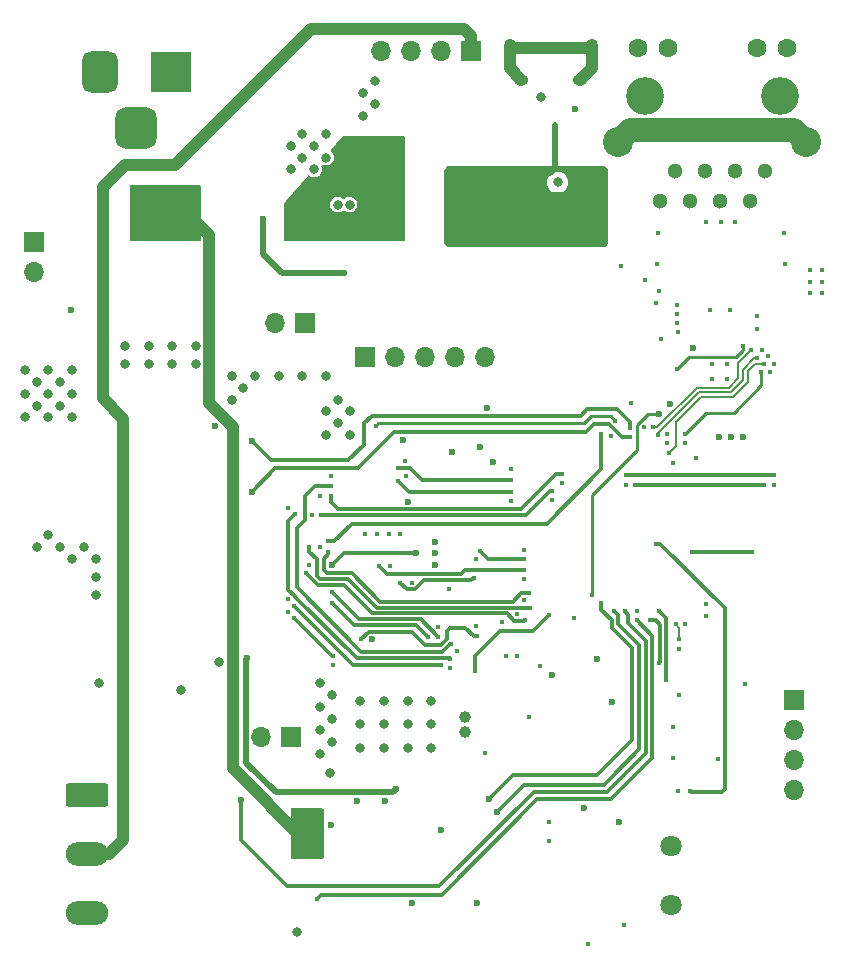
<source format=gbl>
%TF.GenerationSoftware,KiCad,Pcbnew,(6.0.8-1)-1*%
%TF.CreationDate,2022-11-24T03:44:55+08:00*%
%TF.ProjectId,CCTV3_F407_REV200,43435456-335f-4463-9430-375f52455632,rev?*%
%TF.SameCoordinates,Original*%
%TF.FileFunction,Copper,L4,Bot*%
%TF.FilePolarity,Positive*%
%FSLAX46Y46*%
G04 Gerber Fmt 4.6, Leading zero omitted, Abs format (unit mm)*
G04 Created by KiCad (PCBNEW (6.0.8-1)-1) date 2022-11-24 03:44:55*
%MOMM*%
%LPD*%
G01*
G04 APERTURE LIST*
G04 Aperture macros list*
%AMRoundRect*
0 Rectangle with rounded corners*
0 $1 Rounding radius*
0 $2 $3 $4 $5 $6 $7 $8 $9 X,Y pos of 4 corners*
0 Add a 4 corners polygon primitive as box body*
4,1,4,$2,$3,$4,$5,$6,$7,$8,$9,$2,$3,0*
0 Add four circle primitives for the rounded corners*
1,1,$1+$1,$2,$3*
1,1,$1+$1,$4,$5*
1,1,$1+$1,$6,$7*
1,1,$1+$1,$8,$9*
0 Add four rect primitives between the rounded corners*
20,1,$1+$1,$2,$3,$4,$5,0*
20,1,$1+$1,$4,$5,$6,$7,0*
20,1,$1+$1,$6,$7,$8,$9,0*
20,1,$1+$1,$8,$9,$2,$3,0*%
G04 Aperture macros list end*
%TA.AperFunction,ComponentPad*%
%ADD10O,1.700000X1.700000*%
%TD*%
%TA.AperFunction,ComponentPad*%
%ADD11R,1.700000X1.700000*%
%TD*%
%TA.AperFunction,ComponentPad*%
%ADD12RoundRect,0.250000X-1.550000X0.750000X-1.550000X-0.750000X1.550000X-0.750000X1.550000X0.750000X0*%
%TD*%
%TA.AperFunction,ComponentPad*%
%ADD13O,3.600000X2.000000*%
%TD*%
%TA.AperFunction,ComponentPad*%
%ADD14R,3.500000X3.500000*%
%TD*%
%TA.AperFunction,ComponentPad*%
%ADD15RoundRect,0.750000X-0.750000X-1.000000X0.750000X-1.000000X0.750000X1.000000X-0.750000X1.000000X0*%
%TD*%
%TA.AperFunction,ComponentPad*%
%ADD16RoundRect,0.875000X-0.875000X-0.875000X0.875000X-0.875000X0.875000X0.875000X-0.875000X0.875000X0*%
%TD*%
%TA.AperFunction,ComponentPad*%
%ADD17C,1.000000*%
%TD*%
%TA.AperFunction,ComponentPad*%
%ADD18C,1.800000*%
%TD*%
%TA.AperFunction,ComponentPad*%
%ADD19O,1.000000X1.550000*%
%TD*%
%TA.AperFunction,ComponentPad*%
%ADD20O,1.250000X0.950000*%
%TD*%
%TA.AperFunction,ComponentPad*%
%ADD21C,3.200000*%
%TD*%
%TA.AperFunction,ComponentPad*%
%ADD22C,1.300000*%
%TD*%
%TA.AperFunction,ComponentPad*%
%ADD23C,1.600000*%
%TD*%
%TA.AperFunction,ComponentPad*%
%ADD24C,2.540000*%
%TD*%
%TA.AperFunction,ViaPad*%
%ADD25C,0.600000*%
%TD*%
%TA.AperFunction,ViaPad*%
%ADD26C,0.800000*%
%TD*%
%TA.AperFunction,ViaPad*%
%ADD27C,0.450000*%
%TD*%
%TA.AperFunction,Conductor*%
%ADD28C,1.000000*%
%TD*%
%TA.AperFunction,Conductor*%
%ADD29C,0.300000*%
%TD*%
%TA.AperFunction,Conductor*%
%ADD30C,0.250000*%
%TD*%
%TA.AperFunction,Conductor*%
%ADD31C,0.500000*%
%TD*%
%TA.AperFunction,Conductor*%
%ADD32C,0.176500*%
%TD*%
%TA.AperFunction,Conductor*%
%ADD33C,2.000000*%
%TD*%
G04 APERTURE END LIST*
D10*
X86650000Y-85540000D03*
X86650000Y-83000000D03*
X86650000Y-80460000D03*
D11*
X86650000Y-77920000D03*
X50260000Y-48900000D03*
D10*
X52800000Y-48900000D03*
X55340000Y-48900000D03*
X57880000Y-48900000D03*
X60420000Y-48900000D03*
D12*
X26777500Y-86000000D03*
D13*
X26777500Y-91000000D03*
X26777500Y-96000000D03*
D14*
X33900000Y-24800000D03*
D15*
X27900000Y-24800000D03*
D16*
X30900000Y-29500000D03*
D11*
X44075000Y-81100000D03*
D10*
X41535000Y-81100000D03*
D17*
X58800000Y-79400000D03*
X58800000Y-80650000D03*
D11*
X22305000Y-39175000D03*
D10*
X22305000Y-41715000D03*
D11*
X59300000Y-23000000D03*
D10*
X56760000Y-23000000D03*
X54220000Y-23000000D03*
X51680000Y-23000000D03*
D18*
X76200000Y-90300000D03*
X76200000Y-95300000D03*
D19*
X69537500Y-22750000D03*
X62537500Y-22750000D03*
D20*
X68537500Y-25450000D03*
X63537500Y-25450000D03*
D11*
X45200000Y-46050000D03*
D10*
X42660000Y-46050000D03*
D21*
X73990000Y-26810000D03*
X85420000Y-26810000D03*
D22*
X84140000Y-33160000D03*
X82880000Y-35700000D03*
X81600000Y-33160000D03*
X80340000Y-35700000D03*
X79070000Y-33160000D03*
X77800000Y-35700000D03*
X76530000Y-33160000D03*
X75260000Y-35700000D03*
D23*
X86030000Y-22700000D03*
X83490000Y-22700000D03*
X75920000Y-22700000D03*
X73380000Y-22700000D03*
D24*
X87650000Y-30710000D03*
X71750000Y-30710000D03*
D25*
X46400000Y-89000000D03*
D26*
X33500000Y-37000000D03*
D25*
X44400000Y-90000000D03*
X44400000Y-89000000D03*
D26*
X34500000Y-36000000D03*
X35500000Y-35000000D03*
X31500000Y-35000000D03*
D25*
X45400000Y-91000000D03*
X45400000Y-90000000D03*
X46400000Y-90000000D03*
D26*
X35500000Y-37000000D03*
X33500000Y-35000000D03*
X32500000Y-36000000D03*
D25*
X44400000Y-91000000D03*
D26*
X31500000Y-37000000D03*
D25*
X46400000Y-91000000D03*
X45400000Y-89000000D03*
D26*
X45000000Y-50500000D03*
X43000000Y-50500000D03*
X46000000Y-31000000D03*
X47000000Y-32000000D03*
X46000000Y-33000000D03*
X44000000Y-31000000D03*
X39000000Y-52500000D03*
X45000000Y-30000000D03*
X44000000Y-33000000D03*
X41000000Y-50500000D03*
X39000000Y-50500000D03*
X47000000Y-30000000D03*
X47000000Y-50500000D03*
X45000000Y-32000000D03*
X40000000Y-51500000D03*
D25*
X54600000Y-65500000D03*
X47500000Y-66500000D03*
D26*
X21500000Y-50000000D03*
D25*
X56200000Y-66500000D03*
D27*
X76400000Y-80200000D03*
X76400000Y-82800000D03*
D26*
X34700000Y-77100000D03*
D25*
X56200000Y-64544500D03*
D26*
X23500000Y-52000000D03*
D25*
X37600000Y-54710000D03*
D26*
X25500000Y-50000000D03*
D27*
X76400000Y-57900000D03*
D26*
X22500000Y-53000000D03*
X25500000Y-52000000D03*
D25*
X61100000Y-57800000D03*
D26*
X22500000Y-51000000D03*
D27*
X73300000Y-70400000D03*
D25*
X59800000Y-95100000D03*
D26*
X23500000Y-50000000D03*
D27*
X79200000Y-69800000D03*
X68000000Y-71000000D03*
D25*
X68800000Y-87100000D03*
D27*
X82500000Y-76600000D03*
D25*
X53500000Y-55900000D03*
X49600000Y-86500000D03*
X71800000Y-88300000D03*
D26*
X24500000Y-53000000D03*
D27*
X60500000Y-82400000D03*
D25*
X54300000Y-95100000D03*
D27*
X61893767Y-71293767D03*
D25*
X82300000Y-55700000D03*
D27*
X74900000Y-44300000D03*
D26*
X21500000Y-52000000D03*
X47300000Y-84100000D03*
X21500000Y-54000000D03*
X23500000Y-54000000D03*
D25*
X47400000Y-88500000D03*
D26*
X24500000Y-51000000D03*
D25*
X60600000Y-53200000D03*
D26*
X25494901Y-54000559D03*
D27*
X75800000Y-76200000D03*
X75200000Y-70400000D03*
X83800000Y-50200000D03*
X71500000Y-54300000D03*
D25*
X75200000Y-53700000D03*
D27*
X69500000Y-69000000D03*
X51200000Y-54700000D03*
X77400000Y-55400000D03*
X55600000Y-72600000D03*
X47500000Y-69700000D03*
X47500000Y-68814500D03*
X56500000Y-72600000D03*
X85800000Y-38400000D03*
D26*
X36000000Y-49500000D03*
D25*
X56200000Y-65500000D03*
D26*
X49000000Y-55500000D03*
X48000000Y-36000000D03*
X49900000Y-80000000D03*
D27*
X57500000Y-75200000D03*
X45800000Y-62300000D03*
X75900000Y-56200000D03*
X76800000Y-85600000D03*
X83500000Y-46500000D03*
X53700000Y-57700000D03*
X67000000Y-59600000D03*
D26*
X22500000Y-65000000D03*
X36000000Y-48000000D03*
D27*
X53300000Y-63900000D03*
X75385000Y-47405000D03*
X43800000Y-61700000D03*
D26*
X50150000Y-26500000D03*
D27*
X65900000Y-88300000D03*
D25*
X68100000Y-27900000D03*
D27*
X62700000Y-61100000D03*
D26*
X32000000Y-48000000D03*
D27*
X84600000Y-50200000D03*
D25*
X57700000Y-56900000D03*
X50900000Y-72800000D03*
D26*
X27500000Y-69000000D03*
X27500000Y-66000000D03*
D27*
X77400000Y-71500000D03*
D26*
X32000000Y-49500000D03*
D25*
X60000000Y-56500000D03*
D26*
X47000000Y-53500000D03*
X46500000Y-76500000D03*
D27*
X75000000Y-41000000D03*
D25*
X69900000Y-74420000D03*
X53900000Y-61150500D03*
D27*
X46500000Y-60665500D03*
X69200000Y-98610000D03*
X89000000Y-41500000D03*
D25*
X81300000Y-55700000D03*
D26*
X55900000Y-82000000D03*
X49900000Y-78000000D03*
D27*
X58100000Y-73800000D03*
X78300000Y-57400000D03*
D26*
X23500000Y-64000000D03*
X49900000Y-82000000D03*
X46500000Y-78500000D03*
D27*
X62700000Y-58400000D03*
X76800000Y-46800000D03*
X52300000Y-63900000D03*
X76900000Y-73600000D03*
X72785000Y-52805000D03*
X53800000Y-59000000D03*
X88000000Y-42500000D03*
D26*
X66600000Y-34100000D03*
D25*
X52000000Y-86500000D03*
D27*
X80950000Y-49450000D03*
D26*
X34000000Y-49500000D03*
D27*
X47600000Y-75000000D03*
D26*
X51900000Y-78000000D03*
D27*
X43800000Y-69400000D03*
X76900000Y-77500000D03*
X81600000Y-37500000D03*
D26*
X53900000Y-82000000D03*
D27*
X47400000Y-59000000D03*
X84400000Y-48800000D03*
X62200000Y-74219500D03*
X63200000Y-70674500D03*
D25*
X56700000Y-88900000D03*
D26*
X46500000Y-80500000D03*
X46500000Y-82500000D03*
D27*
X79200000Y-70800000D03*
D26*
X55900000Y-80000000D03*
X37900000Y-74700000D03*
D27*
X83900000Y-48300000D03*
X72200000Y-97000000D03*
X89000000Y-42500000D03*
D26*
X51150000Y-25500000D03*
X47500000Y-81500000D03*
D27*
X72000000Y-41200000D03*
D26*
X25500000Y-66000000D03*
D27*
X79650000Y-50750000D03*
X88000000Y-43500000D03*
X65900000Y-89900000D03*
X80950000Y-50750000D03*
X84900000Y-49500000D03*
D26*
X65200000Y-26900000D03*
D27*
X73900000Y-54849500D03*
D26*
X55900000Y-78000000D03*
D25*
X66100000Y-75820000D03*
D27*
X79650000Y-49450000D03*
D26*
X51900000Y-80000000D03*
D27*
X59700000Y-71700000D03*
X50300000Y-63900000D03*
D26*
X30000000Y-48000000D03*
D27*
X65100000Y-75020000D03*
X63800000Y-65200000D03*
X52400000Y-66600000D03*
D26*
X49000000Y-36000000D03*
D27*
X59690655Y-66003230D03*
X75200000Y-43300000D03*
D26*
X34000000Y-48000000D03*
D25*
X76100000Y-52900000D03*
D27*
X46456233Y-65000000D03*
X80200000Y-82900000D03*
D25*
X80300000Y-55700000D03*
D26*
X53900000Y-80000000D03*
D27*
X56450000Y-71737534D03*
X63200000Y-74219500D03*
X43800000Y-70500000D03*
X74000000Y-42400000D03*
X57400000Y-68500000D03*
X64200000Y-79400000D03*
X75890240Y-55400000D03*
X85900000Y-41000000D03*
D26*
X47000000Y-55500000D03*
X47500000Y-79500000D03*
X26500000Y-65000000D03*
X47500000Y-77500000D03*
D27*
X66100000Y-61000000D03*
X63800000Y-67700000D03*
X77400000Y-56200000D03*
X71100000Y-55600000D03*
X63800000Y-69500000D03*
X51300000Y-63900000D03*
D26*
X27800000Y-76500000D03*
X53900000Y-78000000D03*
D25*
X25400000Y-44900000D03*
X71200000Y-78120000D03*
D26*
X50150000Y-28500000D03*
D27*
X89000000Y-43500000D03*
D26*
X48000000Y-54500000D03*
D27*
X84893767Y-59706233D03*
D26*
X51900000Y-82000000D03*
X44500000Y-97600000D03*
X51150000Y-27500000D03*
X24500000Y-65000000D03*
X49000000Y-53500000D03*
D27*
X72400000Y-59700000D03*
X79200000Y-37500000D03*
X88000000Y-41500000D03*
D26*
X27500000Y-67500000D03*
X48000000Y-52500000D03*
D27*
X75100000Y-38400000D03*
X45600000Y-66500000D03*
X54300000Y-68000000D03*
D26*
X30000000Y-49500000D03*
D27*
X50000000Y-72800000D03*
X59800000Y-72500000D03*
X72300000Y-70400000D03*
D25*
X39800000Y-86400000D03*
D27*
X66350000Y-29240000D03*
D26*
X62250000Y-38300000D03*
X58700000Y-33300000D03*
X62250000Y-37300000D03*
X68200000Y-36800000D03*
X68200000Y-38800000D03*
X70200000Y-38800000D03*
X57700000Y-33300000D03*
X69200000Y-37800000D03*
X62250000Y-33300000D03*
X70200000Y-34800000D03*
X62250000Y-34300000D03*
X69200000Y-33800000D03*
X70200000Y-36800000D03*
X62250000Y-36300000D03*
X69200000Y-35800000D03*
X68200000Y-34800000D03*
X62250000Y-35300000D03*
D27*
X53100000Y-59400000D03*
X62700000Y-60300000D03*
X76723767Y-49899500D03*
X82300000Y-48000000D03*
X74900000Y-64700000D03*
X77800000Y-85600000D03*
X44300000Y-71000000D03*
X59500000Y-67600000D03*
X47600000Y-74200000D03*
X53300000Y-68000000D03*
X56744808Y-74999044D03*
X44300000Y-70000000D03*
X51500000Y-66600000D03*
X63800000Y-66900000D03*
X64200000Y-68900000D03*
X47200000Y-65400000D03*
X64300000Y-70100000D03*
X45600000Y-65000000D03*
X63800000Y-66000000D03*
X60000000Y-65300000D03*
X45300000Y-67200000D03*
X63855049Y-71136541D03*
X66100000Y-60200000D03*
X46600000Y-62300000D03*
X57500000Y-74424544D03*
X44400000Y-62200000D03*
X67000000Y-58800000D03*
X47400000Y-60665500D03*
X57606233Y-73206233D03*
X47400000Y-59800000D03*
D25*
X40700000Y-56000000D03*
D27*
X72700000Y-54900000D03*
X72700000Y-55700000D03*
D25*
X40700000Y-60300000D03*
D27*
X62700000Y-59300000D03*
X53100000Y-58300000D03*
X78000000Y-65400000D03*
X83100000Y-65400000D03*
D25*
X60800000Y-86300000D03*
D27*
X70300000Y-69700000D03*
X71412570Y-70400000D03*
D25*
X61500000Y-87400000D03*
D27*
X74400000Y-71200000D03*
D25*
X40300000Y-74400000D03*
X52900000Y-85500000D03*
D27*
X75225500Y-74814494D03*
X76900000Y-72800000D03*
X76600000Y-71500000D03*
X84100000Y-49500000D03*
X76000000Y-57000000D03*
X75100000Y-55500000D03*
X83484274Y-48987250D03*
X74657266Y-54849500D03*
X83000000Y-48300000D03*
X73200000Y-59700000D03*
X84100000Y-59700000D03*
X72425500Y-58900000D03*
X84900000Y-58900000D03*
D26*
X45000000Y-37500000D03*
X49014076Y-31985924D03*
X51000000Y-32000000D03*
X44000000Y-36500000D03*
X50000000Y-31000000D03*
X46000000Y-36500000D03*
X46000000Y-38500000D03*
X53000000Y-32000000D03*
X48000000Y-38500000D03*
X52000000Y-31000000D03*
X47000000Y-37500000D03*
X44000000Y-38500000D03*
D27*
X46200000Y-94800000D03*
X73300000Y-71200000D03*
D25*
X48500000Y-41800000D03*
X41700000Y-37200000D03*
D27*
X59600000Y-75500000D03*
X65900000Y-70700000D03*
X81200000Y-44900000D03*
X83500000Y-45400000D03*
X76750000Y-44500000D03*
X79477101Y-44900000D03*
D25*
X78100000Y-48100000D03*
D27*
X76750000Y-45250000D03*
X76750000Y-46000000D03*
X80400000Y-37500000D03*
X70300000Y-55400000D03*
X47200000Y-64500000D03*
D28*
X34500000Y-36000000D02*
X37100000Y-38600000D01*
X37100000Y-52795786D02*
X39100000Y-54795786D01*
X37100000Y-38600000D02*
X37100000Y-52795786D01*
X39100000Y-83700000D02*
X45400000Y-90000000D01*
X39100000Y-54795786D02*
X39100000Y-83700000D01*
D29*
X47500000Y-66500000D02*
X48500000Y-65500000D01*
X48500000Y-65500000D02*
X54600000Y-65500000D01*
X75800000Y-76200000D02*
X75800000Y-71000000D01*
X75800000Y-71000000D02*
X75200000Y-70400000D01*
D30*
X73300000Y-56800000D02*
X73300000Y-54636327D01*
X71500000Y-54300000D02*
X71100000Y-53900000D01*
X77400000Y-55400000D02*
X79200000Y-53600000D01*
X73300000Y-54636327D02*
X74236327Y-53700000D01*
X69500000Y-69000000D02*
X69500000Y-60600000D01*
X74236327Y-53700000D02*
X75200000Y-53700000D01*
X83800000Y-51300000D02*
X83800000Y-50200000D01*
X71100000Y-53900000D02*
X69471752Y-53900000D01*
X79200000Y-53600000D02*
X81500000Y-53600000D01*
X68871752Y-54500000D02*
X51400000Y-54500000D01*
X81500000Y-53600000D02*
X83800000Y-51300000D01*
X69500000Y-60600000D02*
X73300000Y-56800000D01*
X51400000Y-54500000D02*
X51200000Y-54700000D01*
X69471752Y-53900000D02*
X68871752Y-54500000D01*
D29*
X55600000Y-72600000D02*
X54600000Y-71600000D01*
X49400000Y-71600000D02*
X47500000Y-69700000D01*
X54600000Y-71600000D02*
X49400000Y-71600000D01*
X55000000Y-71100000D02*
X49785500Y-71100000D01*
X56500000Y-72600000D02*
X55000000Y-71100000D01*
X49785500Y-71100000D02*
X47500000Y-68814500D01*
X56700000Y-73300000D02*
X57200000Y-72800000D01*
X50000000Y-72780761D02*
X50630761Y-72150000D01*
X57500000Y-71800000D02*
X58800000Y-71800000D01*
X57200000Y-72100000D02*
X57500000Y-71800000D01*
X50000000Y-72800000D02*
X50000000Y-72780761D01*
X54250000Y-72150000D02*
X55400000Y-73300000D01*
X57200000Y-72800000D02*
X57200000Y-72100000D01*
X55400000Y-73300000D02*
X56700000Y-73300000D01*
X58800000Y-71800000D02*
X59500000Y-72500000D01*
X50630761Y-72150000D02*
X54250000Y-72150000D01*
X59500000Y-72500000D02*
X59800000Y-72500000D01*
X70800000Y-85700000D02*
X74100000Y-82400000D01*
X74100000Y-72900000D02*
X72600000Y-71400000D01*
X64600000Y-85700000D02*
X70800000Y-85700000D01*
X39800000Y-86400000D02*
X39800000Y-89800000D01*
X43700000Y-93700000D02*
X56600000Y-93700000D01*
X72600000Y-70700000D02*
X72300000Y-70400000D01*
X39800000Y-89800000D02*
X43700000Y-93700000D01*
X74100000Y-82400000D02*
X74100000Y-72900000D01*
X72600000Y-71400000D02*
X72600000Y-70700000D01*
X56600000Y-93700000D02*
X64600000Y-85700000D01*
D31*
X64000000Y-33300000D02*
X65900000Y-35200000D01*
X66000000Y-33300000D02*
X65700000Y-33300000D01*
X65700000Y-33300000D02*
X62250000Y-33300000D01*
X65900000Y-35200000D02*
X67800000Y-35200000D01*
X67800000Y-35200000D02*
X68200000Y-34800000D01*
X63600000Y-33300000D02*
X64000000Y-33300000D01*
X66350000Y-29240000D02*
X66350000Y-32950000D01*
X66350000Y-32950000D02*
X66000000Y-33300000D01*
D29*
X54000000Y-60300000D02*
X62700000Y-60300000D01*
X53100000Y-59400000D02*
X54000000Y-60300000D01*
D30*
X82300000Y-48300000D02*
X82300000Y-48000000D01*
X77723267Y-48900000D02*
X81700000Y-48900000D01*
X76723767Y-49899500D02*
X77723267Y-48900000D01*
X81700000Y-48900000D02*
X82300000Y-48300000D01*
D29*
X75300000Y-64700000D02*
X80775000Y-70175000D01*
X80500000Y-85700000D02*
X77900000Y-85700000D01*
X80775000Y-70175000D02*
X80775000Y-85425000D01*
X77900000Y-85700000D02*
X77800000Y-85600000D01*
X80775000Y-85425000D02*
X80500000Y-85700000D01*
X74900000Y-64700000D02*
X75300000Y-64700000D01*
X59300000Y-67800000D02*
X55313173Y-67800000D01*
X54538173Y-68575000D02*
X53875000Y-68575000D01*
X55313173Y-67800000D02*
X54538173Y-68575000D01*
X59500000Y-67600000D02*
X59300000Y-67800000D01*
X47500000Y-74200000D02*
X47600000Y-74200000D01*
X44300000Y-71000000D02*
X47500000Y-74200000D01*
X53875000Y-68575000D02*
X53300000Y-68000000D01*
X49300000Y-75000000D02*
X44300000Y-70000000D01*
X56743852Y-75000000D02*
X49300000Y-75000000D01*
X56744808Y-74999044D02*
X56743852Y-75000000D01*
X51500000Y-66600000D02*
X52200000Y-67300000D01*
X58400000Y-67300000D02*
X58800000Y-66900000D01*
X58800000Y-66900000D02*
X62900000Y-66900000D01*
X62900000Y-66900000D02*
X63800000Y-66900000D01*
X52200000Y-67300000D02*
X58400000Y-67300000D01*
X46800000Y-65980761D02*
X46800000Y-66950000D01*
X47050000Y-67200000D02*
X49200000Y-67200000D01*
X49200000Y-67200000D02*
X51600000Y-69600000D01*
X51600000Y-69600000D02*
X62800000Y-69600000D01*
X63500000Y-68900000D02*
X64200000Y-68900000D01*
X47200000Y-65400000D02*
X47200000Y-65580761D01*
X47200000Y-65580761D02*
X46800000Y-65980761D01*
X46800000Y-66950000D02*
X47050000Y-67200000D01*
X62800000Y-69600000D02*
X63500000Y-68900000D01*
X45600000Y-65400000D02*
X46200000Y-66000000D01*
X46200000Y-67400000D02*
X46500000Y-67700000D01*
X51300000Y-70100000D02*
X64300000Y-70100000D01*
X46500000Y-67700000D02*
X48900000Y-67700000D01*
X48900000Y-67700000D02*
X51300000Y-70100000D01*
X45600000Y-65000000D02*
X45600000Y-65400000D01*
X46200000Y-66000000D02*
X46200000Y-67400000D01*
X60000000Y-65300000D02*
X60700000Y-66000000D01*
X60700000Y-66000000D02*
X63800000Y-66000000D01*
X48500000Y-68200000D02*
X50900000Y-70600000D01*
X63742090Y-71249500D02*
X63855049Y-71136541D01*
X62300000Y-70600000D02*
X62949500Y-71249500D01*
X45300000Y-67207106D02*
X46292894Y-68200000D01*
X45300000Y-67200000D02*
X45300000Y-67207106D01*
X46292894Y-68200000D02*
X48500000Y-68200000D01*
X50900000Y-70600000D02*
X62300000Y-70600000D01*
X62949500Y-71249500D02*
X63742090Y-71249500D01*
X63900000Y-62300000D02*
X66000000Y-60200000D01*
X66000000Y-60200000D02*
X66100000Y-60200000D01*
X46600000Y-62300000D02*
X63900000Y-62300000D01*
X57475456Y-74400000D02*
X57500000Y-74424544D01*
X43800000Y-62800000D02*
X43800000Y-68586827D01*
X44375000Y-69161827D02*
X44375000Y-69175000D01*
X43800000Y-68586827D02*
X44375000Y-69161827D01*
X49600000Y-74400000D02*
X57475456Y-74400000D01*
X44400000Y-62200000D02*
X43800000Y-62800000D01*
X44375000Y-69175000D02*
X49600000Y-74400000D01*
X47400000Y-60665500D02*
X47400000Y-61200000D01*
X48000000Y-61800000D02*
X63492894Y-61800000D01*
X66492894Y-58800000D02*
X67000000Y-58800000D01*
X63492894Y-61800000D02*
X66492894Y-58800000D01*
X47400000Y-61200000D02*
X48000000Y-61800000D01*
X45200000Y-60700000D02*
X46100000Y-59800000D01*
X50000000Y-73900000D02*
X44500000Y-68400000D01*
X44500000Y-68400000D02*
X44500000Y-63400000D01*
X45200000Y-62700000D02*
X45200000Y-60700000D01*
X57606233Y-73206233D02*
X57500873Y-73206233D01*
X44500000Y-63400000D02*
X45200000Y-62700000D01*
X57500873Y-73206233D02*
X56807106Y-73900000D01*
X46100000Y-59800000D02*
X47400000Y-59800000D01*
X56807106Y-73900000D02*
X50000000Y-73900000D01*
D28*
X29800000Y-89800000D02*
X29800000Y-54100000D01*
X28600000Y-91000000D02*
X29800000Y-89800000D01*
X26777500Y-91000000D02*
X28600000Y-91000000D01*
X58700000Y-21100000D02*
X59300000Y-21700000D01*
X28100000Y-52400000D02*
X28100000Y-34500000D01*
X59300000Y-21700000D02*
X59300000Y-23000000D01*
X45700000Y-21100000D02*
X58700000Y-21100000D01*
X34200000Y-32600000D02*
X45700000Y-21100000D01*
X28100000Y-34500000D02*
X30000000Y-32600000D01*
X30000000Y-32600000D02*
X34200000Y-32600000D01*
X29800000Y-54100000D02*
X28100000Y-52400000D01*
D29*
X50200000Y-56300000D02*
X50200000Y-54500000D01*
X71600000Y-53300000D02*
X72700000Y-54400000D01*
X42300000Y-57600000D02*
X48900000Y-57600000D01*
X48900000Y-57600000D02*
X50200000Y-56300000D01*
X40700000Y-56000000D02*
X42300000Y-57600000D01*
X69100000Y-53300000D02*
X71600000Y-53300000D01*
X68550000Y-53850000D02*
X69100000Y-53300000D01*
X50200000Y-54500000D02*
X50850000Y-53850000D01*
X50850000Y-53850000D02*
X68550000Y-53850000D01*
X72700000Y-54400000D02*
X72700000Y-54900000D01*
X42700000Y-58300000D02*
X49700000Y-58300000D01*
X70986827Y-54600000D02*
X72086827Y-55700000D01*
X72086827Y-55700000D02*
X72700000Y-55700000D01*
X52750000Y-55250000D02*
X69025000Y-55250000D01*
X69025000Y-55250000D02*
X69675000Y-54600000D01*
X49700000Y-58300000D02*
X52750000Y-55250000D01*
X69675000Y-54600000D02*
X70986827Y-54600000D01*
X40700000Y-60300000D02*
X42700000Y-58300000D01*
X54100000Y-58300000D02*
X55100000Y-59300000D01*
X55100000Y-59300000D02*
X62700000Y-59300000D01*
X53100000Y-58300000D02*
X54100000Y-58300000D01*
X78000000Y-65400000D02*
X83100000Y-65400000D01*
X60800000Y-86300000D02*
X62800000Y-84300000D01*
X72900000Y-73500000D02*
X71225000Y-71825000D01*
X62800000Y-84300000D02*
X69900000Y-84300000D01*
X72900000Y-81300000D02*
X72900000Y-73500000D01*
X70300000Y-70275000D02*
X70300000Y-69700000D01*
X71225000Y-71825000D02*
X71225000Y-71200000D01*
X69900000Y-84300000D02*
X72900000Y-81300000D01*
X71225000Y-71200000D02*
X70300000Y-70275000D01*
X63800000Y-85100000D02*
X61500000Y-87400000D01*
X71412570Y-70400000D02*
X71725000Y-70712430D01*
X71100000Y-84500000D02*
X70500000Y-85100000D01*
X73500000Y-80300000D02*
X73500000Y-82100000D01*
X73500000Y-82100000D02*
X71100000Y-84500000D01*
X71725000Y-70712430D02*
X71725000Y-71525000D01*
X64200000Y-85100000D02*
X63800000Y-85100000D01*
X70500000Y-85100000D02*
X64200000Y-85100000D01*
X71725000Y-71525000D02*
X73500000Y-73300000D01*
X73500000Y-73300000D02*
X73500000Y-80300000D01*
D31*
X52900000Y-85500000D02*
X52650000Y-85750000D01*
D29*
X74900000Y-71200000D02*
X74400000Y-71200000D01*
D31*
X52650000Y-85750000D02*
X42750000Y-85750000D01*
X40235000Y-83235000D02*
X40235000Y-74465000D01*
D29*
X75300000Y-71600000D02*
X74900000Y-71200000D01*
D31*
X42750000Y-85750000D02*
X40235000Y-83235000D01*
D29*
X75225500Y-74814494D02*
X75300000Y-74739994D01*
D31*
X40235000Y-74465000D02*
X40300000Y-74400000D01*
D29*
X75300000Y-74739994D02*
X75300000Y-71600000D01*
D32*
X76900000Y-72800000D02*
X76900000Y-71800000D01*
X76900000Y-71800000D02*
X76600000Y-71500000D01*
X84100000Y-49500000D02*
X83300000Y-49500000D01*
X82700000Y-51000000D02*
X81447000Y-52253000D01*
X78747000Y-52253000D02*
X76600000Y-54400000D01*
X76600000Y-56400000D02*
X76000000Y-57000000D01*
X81447000Y-52253000D02*
X78747000Y-52253000D01*
X82700000Y-50100000D02*
X82700000Y-51000000D01*
X83300000Y-49500000D02*
X82700000Y-50100000D01*
X76600000Y-54400000D02*
X76600000Y-56400000D01*
X82276500Y-49955952D02*
X83245202Y-48987250D01*
X75100000Y-55332452D02*
X78555952Y-51876500D01*
X78555952Y-51876500D02*
X81255951Y-51876500D01*
X83245202Y-48987250D02*
X83484274Y-48987250D01*
X82276500Y-50855952D02*
X82276500Y-49955952D01*
X75100000Y-55500000D02*
X75100000Y-55332452D01*
X81255951Y-51876500D02*
X82276500Y-50855952D01*
X81900000Y-50700000D02*
X81900000Y-49400000D01*
X78400000Y-51500000D02*
X81100000Y-51500000D01*
X81100000Y-51500000D02*
X81900000Y-50700000D01*
X81900000Y-49400000D02*
X83000000Y-48300000D01*
X75050500Y-54849500D02*
X78400000Y-51500000D01*
X74657266Y-54849500D02*
X75050500Y-54849500D01*
D29*
X73200000Y-59700000D02*
X84100000Y-59700000D01*
X84900000Y-58900000D02*
X72425500Y-58900000D01*
D33*
X71750000Y-30710000D02*
X72775999Y-29684001D01*
X86624001Y-29684001D02*
X87650000Y-30710000D01*
X72775999Y-29684001D02*
X86624001Y-29684001D01*
D28*
X46000000Y-36500000D02*
X46000000Y-35700000D01*
X46000000Y-35700000D02*
X49014076Y-32685924D01*
X49014076Y-32685924D02*
X49014076Y-31985924D01*
D29*
X71107106Y-86300000D02*
X64900000Y-86300000D01*
X56800000Y-94400000D02*
X46600000Y-94400000D01*
X73300000Y-71200000D02*
X74600000Y-72500000D01*
X74600000Y-72500000D02*
X74600000Y-82807106D01*
X46600000Y-94400000D02*
X46200000Y-94800000D01*
X74600000Y-82807106D02*
X71107106Y-86300000D01*
X64900000Y-86300000D02*
X56800000Y-94400000D01*
D31*
X43300000Y-41800000D02*
X48500000Y-41800000D01*
X41700000Y-37200000D02*
X41700000Y-40200000D01*
X41700000Y-40200000D02*
X43300000Y-41800000D01*
D29*
X65900000Y-70700000D02*
X64525000Y-72075000D01*
X64525000Y-72075000D02*
X61725000Y-72075000D01*
X61725000Y-72075000D02*
X59600000Y-74200000D01*
X59600000Y-74200000D02*
X59600000Y-75500000D01*
D28*
X69537500Y-22750000D02*
X69537500Y-24450000D01*
X62537500Y-24450000D02*
X63537500Y-25450000D01*
X69537500Y-24450000D02*
X68537500Y-25450000D01*
X62537500Y-22750000D02*
X62537500Y-24450000D01*
X62537500Y-22750000D02*
X69537500Y-22750000D01*
D29*
X70300000Y-58400000D02*
X65700000Y-63000000D01*
X65700000Y-63000000D02*
X49213173Y-63000000D01*
X70300000Y-55400000D02*
X70300000Y-58400000D01*
X47713173Y-64500000D02*
X47200000Y-64500000D01*
X49213173Y-63000000D02*
X47713173Y-64500000D01*
%TA.AperFunction,Conductor*%
G36*
X46742121Y-87120002D02*
G01*
X46788614Y-87173658D01*
X46800000Y-87226000D01*
X46800000Y-91274000D01*
X46779998Y-91342121D01*
X46726342Y-91388614D01*
X46674000Y-91400000D01*
X44126000Y-91400000D01*
X44057879Y-91379998D01*
X44011386Y-91326342D01*
X44000000Y-91274000D01*
X44000000Y-87226000D01*
X44020002Y-87157879D01*
X44073658Y-87111386D01*
X44126000Y-87100000D01*
X46674000Y-87100000D01*
X46742121Y-87120002D01*
G37*
%TD.AperFunction*%
%TA.AperFunction,Conductor*%
G36*
X36342121Y-34320002D02*
G01*
X36388614Y-34373658D01*
X36400000Y-34426000D01*
X36400000Y-38974000D01*
X36379998Y-39042121D01*
X36326342Y-39088614D01*
X36274000Y-39100000D01*
X30526000Y-39100000D01*
X30457879Y-39079998D01*
X30411386Y-39026342D01*
X30400000Y-38974000D01*
X30400000Y-34426000D01*
X30420002Y-34357879D01*
X30473658Y-34311386D01*
X30526000Y-34300000D01*
X36274000Y-34300000D01*
X36342121Y-34320002D01*
G37*
%TD.AperFunction*%
%TA.AperFunction,Conductor*%
G36*
X70408188Y-32701078D02*
G01*
X70512963Y-32714872D01*
X70544735Y-32723385D01*
X70634674Y-32760639D01*
X70663160Y-32777086D01*
X70740393Y-32836349D01*
X70763651Y-32859607D01*
X70822914Y-32936840D01*
X70839361Y-32965326D01*
X70876615Y-33055265D01*
X70885128Y-33087037D01*
X70898922Y-33191812D01*
X70900000Y-33208258D01*
X70900000Y-39091742D01*
X70898922Y-39108188D01*
X70885128Y-39212963D01*
X70876615Y-39244735D01*
X70839361Y-39334674D01*
X70822914Y-39363160D01*
X70763651Y-39440393D01*
X70740393Y-39463651D01*
X70663160Y-39522914D01*
X70634674Y-39539361D01*
X70544735Y-39576615D01*
X70512963Y-39585128D01*
X70408188Y-39598922D01*
X70391742Y-39600000D01*
X57508258Y-39600000D01*
X57491812Y-39598922D01*
X57387037Y-39585128D01*
X57355265Y-39576615D01*
X57265326Y-39539361D01*
X57236840Y-39522914D01*
X57159607Y-39463651D01*
X57136349Y-39440393D01*
X57077086Y-39363160D01*
X57060639Y-39334674D01*
X57023385Y-39244735D01*
X57014872Y-39212963D01*
X57001078Y-39108188D01*
X57000000Y-39091742D01*
X57000000Y-34100000D01*
X65690518Y-34100000D01*
X65710392Y-34289092D01*
X65769147Y-34469920D01*
X65864214Y-34634580D01*
X65991438Y-34775877D01*
X66145259Y-34887635D01*
X66151287Y-34890319D01*
X66151289Y-34890320D01*
X66312924Y-34962284D01*
X66318955Y-34964969D01*
X66411944Y-34984735D01*
X66498476Y-35003128D01*
X66498480Y-35003128D01*
X66504933Y-35004500D01*
X66695067Y-35004500D01*
X66701520Y-35003128D01*
X66701524Y-35003128D01*
X66788056Y-34984735D01*
X66881045Y-34964969D01*
X66887076Y-34962284D01*
X67048711Y-34890320D01*
X67048713Y-34890319D01*
X67054741Y-34887635D01*
X67208562Y-34775877D01*
X67335786Y-34634580D01*
X67430853Y-34469920D01*
X67489608Y-34289092D01*
X67509482Y-34100000D01*
X67489608Y-33910908D01*
X67430853Y-33730080D01*
X67335786Y-33565420D01*
X67208562Y-33424123D01*
X67054741Y-33312365D01*
X67048713Y-33309681D01*
X67048711Y-33309680D01*
X66887076Y-33237716D01*
X66887075Y-33237716D01*
X66881045Y-33235031D01*
X66788056Y-33215265D01*
X66701524Y-33196872D01*
X66701520Y-33196872D01*
X66695067Y-33195500D01*
X66504933Y-33195500D01*
X66498480Y-33196872D01*
X66498476Y-33196872D01*
X66411944Y-33215265D01*
X66318955Y-33235031D01*
X66312925Y-33237716D01*
X66312924Y-33237716D01*
X66151289Y-33309680D01*
X66151287Y-33309681D01*
X66145259Y-33312365D01*
X65991438Y-33424123D01*
X65864214Y-33565420D01*
X65769147Y-33730080D01*
X65710392Y-33910908D01*
X65690518Y-34100000D01*
X57000000Y-34100000D01*
X57000000Y-33208258D01*
X57001078Y-33191812D01*
X57014872Y-33087037D01*
X57023385Y-33055265D01*
X57060639Y-32965326D01*
X57077086Y-32936840D01*
X57136349Y-32859607D01*
X57159607Y-32836349D01*
X57236840Y-32777086D01*
X57265326Y-32760639D01*
X57355265Y-32723385D01*
X57387037Y-32714872D01*
X57491812Y-32701078D01*
X57508258Y-32700000D01*
X70391742Y-32700000D01*
X70408188Y-32701078D01*
G37*
%TD.AperFunction*%
%TA.AperFunction,Conductor*%
G36*
X53642121Y-30220002D02*
G01*
X53688614Y-30273658D01*
X53700000Y-30326000D01*
X53700000Y-38974000D01*
X53679998Y-39042121D01*
X53626342Y-39088614D01*
X53574000Y-39100000D01*
X43526000Y-39100000D01*
X43457879Y-39079998D01*
X43411386Y-39026342D01*
X43400000Y-38974000D01*
X43400000Y-35993096D01*
X47340729Y-35993096D01*
X47358113Y-36150553D01*
X47412553Y-36299319D01*
X47500908Y-36430805D01*
X47506527Y-36435918D01*
X47506528Y-36435919D01*
X47517903Y-36446269D01*
X47618076Y-36537419D01*
X47757293Y-36613008D01*
X47910522Y-36653207D01*
X47994477Y-36654526D01*
X48061319Y-36655576D01*
X48061322Y-36655576D01*
X48068916Y-36655695D01*
X48223332Y-36620329D01*
X48293742Y-36584917D01*
X48358072Y-36552563D01*
X48358075Y-36552561D01*
X48364855Y-36549151D01*
X48417656Y-36504055D01*
X48482445Y-36475024D01*
X48552645Y-36485629D01*
X48584285Y-36506672D01*
X48618076Y-36537419D01*
X48757293Y-36613008D01*
X48910522Y-36653207D01*
X48994477Y-36654526D01*
X49061319Y-36655576D01*
X49061322Y-36655576D01*
X49068916Y-36655695D01*
X49223332Y-36620329D01*
X49293742Y-36584917D01*
X49358072Y-36552563D01*
X49358075Y-36552561D01*
X49364855Y-36549151D01*
X49370626Y-36544222D01*
X49370629Y-36544220D01*
X49479536Y-36451204D01*
X49479536Y-36451203D01*
X49485314Y-36446269D01*
X49577755Y-36317624D01*
X49636842Y-36170641D01*
X49659162Y-36013807D01*
X49659307Y-36000000D01*
X49640276Y-35842733D01*
X49584280Y-35694546D01*
X49575814Y-35682228D01*
X49498855Y-35570251D01*
X49498854Y-35570249D01*
X49494553Y-35563992D01*
X49376275Y-35458611D01*
X49368889Y-35454700D01*
X49242988Y-35388039D01*
X49242989Y-35388039D01*
X49236274Y-35384484D01*
X49082633Y-35345892D01*
X49075034Y-35345852D01*
X49075033Y-35345852D01*
X49009181Y-35345507D01*
X48924221Y-35345062D01*
X48916841Y-35346834D01*
X48916839Y-35346834D01*
X48777563Y-35380271D01*
X48777560Y-35380272D01*
X48770184Y-35382043D01*
X48629414Y-35454700D01*
X48623695Y-35459689D01*
X48582999Y-35495190D01*
X48518516Y-35524897D01*
X48448209Y-35515027D01*
X48416352Y-35494317D01*
X48381951Y-35463667D01*
X48381945Y-35463663D01*
X48376275Y-35458611D01*
X48368889Y-35454700D01*
X48242988Y-35388039D01*
X48242989Y-35388039D01*
X48236274Y-35384484D01*
X48082633Y-35345892D01*
X48075034Y-35345852D01*
X48075033Y-35345852D01*
X48009181Y-35345507D01*
X47924221Y-35345062D01*
X47916841Y-35346834D01*
X47916839Y-35346834D01*
X47777563Y-35380271D01*
X47777560Y-35380272D01*
X47770184Y-35382043D01*
X47629414Y-35454700D01*
X47510039Y-35558838D01*
X47418950Y-35688444D01*
X47361406Y-35836037D01*
X47360414Y-35843570D01*
X47360414Y-35843571D01*
X47346741Y-35947432D01*
X47340729Y-35993096D01*
X43400000Y-35993096D01*
X43400000Y-35947432D01*
X43420002Y-35879311D01*
X43431278Y-35864343D01*
X43591028Y-35682228D01*
X45453968Y-33558476D01*
X45513925Y-33520457D01*
X45584921Y-33520888D01*
X45617313Y-33536725D01*
X45618076Y-33537419D01*
X45757293Y-33613008D01*
X45910522Y-33653207D01*
X45994477Y-33654526D01*
X46061319Y-33655576D01*
X46061322Y-33655576D01*
X46068916Y-33655695D01*
X46223332Y-33620329D01*
X46293742Y-33584917D01*
X46358072Y-33552563D01*
X46358075Y-33552561D01*
X46364855Y-33549151D01*
X46370626Y-33544222D01*
X46370629Y-33544220D01*
X46479536Y-33451204D01*
X46479536Y-33451203D01*
X46485314Y-33446269D01*
X46577755Y-33317624D01*
X46636842Y-33170641D01*
X46659162Y-33013807D01*
X46659307Y-33000000D01*
X46640276Y-32842733D01*
X46617332Y-32782014D01*
X46611964Y-32711221D01*
X46645721Y-32648763D01*
X46707887Y-32614471D01*
X46767171Y-32615600D01*
X46903171Y-32651279D01*
X46903175Y-32651280D01*
X46910522Y-32653207D01*
X46994477Y-32654526D01*
X47061319Y-32655576D01*
X47061322Y-32655576D01*
X47068916Y-32655695D01*
X47223332Y-32620329D01*
X47335347Y-32563992D01*
X47358072Y-32552563D01*
X47358075Y-32552561D01*
X47364855Y-32549151D01*
X47370626Y-32544222D01*
X47370629Y-32544220D01*
X47479536Y-32451204D01*
X47479536Y-32451203D01*
X47485314Y-32446269D01*
X47577755Y-32317624D01*
X47636842Y-32170641D01*
X47659162Y-32013807D01*
X47659307Y-32000000D01*
X47640276Y-31842733D01*
X47584280Y-31694546D01*
X47494553Y-31563992D01*
X47424543Y-31501616D01*
X47386988Y-31441366D01*
X47387967Y-31370376D01*
X47413640Y-31324450D01*
X48362359Y-30242911D01*
X48422318Y-30204891D01*
X48457081Y-30200000D01*
X53574000Y-30200000D01*
X53642121Y-30220002D01*
G37*
%TD.AperFunction*%
M02*

</source>
